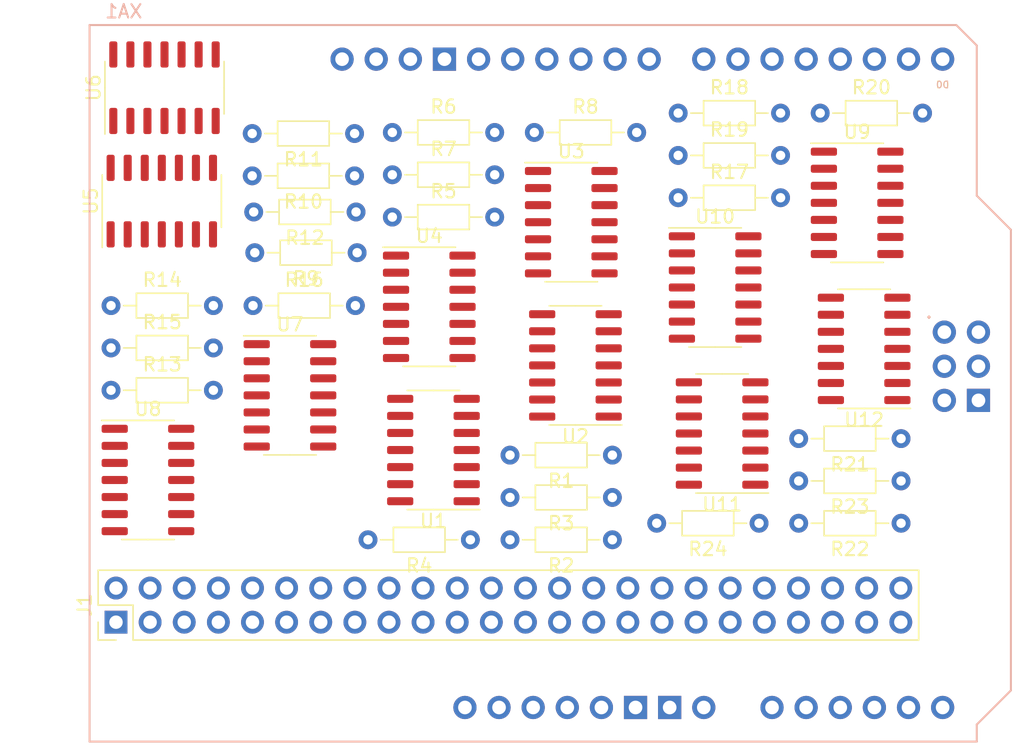
<source format=kicad_pcb>
(kicad_pcb (version 20211014) (generator pcbnew)
  (layers (0 "F.Cu" signal) (31 "B.Cu" signal) (34 "B.Paste" user) (35 "F.Paste" user) (36 "B.SilkS" user "B.Silkscreen") (37 "F.SilkS" user "F.Silkscreen") (38 "B.Mask" user) (39 "F.Mask" user) (44 "Edge.Cuts" user))
  (net 0 "")
  (net 1 "/TOP1")
  (net 2 "GND")
  (net 3 "/TOP2")
  (net 4 "/TOP3")
  (net 5 "/TOP4")
  (net 6 "/TOP5")
  (net 7 "/TOP6")
  (net 8 "/TOP7")
  (net 9 "/TOP8")
  (net 10 "/TOP9")
  (net 11 "/TOP10")
  (net 12 "/TOP11")
  (net 13 "/TOP12")
  (net 14 "/TOP13")
  (net 15 "/TOP14")
  (net 16 "/TOP15")
  (net 17 "/TOP16")
  (net 18 "/TOP17")
  (net 19 "/TOP18")
  (net 20 "/TOP19")
  (net 21 "/TOP20")
  (net 22 "/TOP21")
  (net 23 "/TOP22")
  (net 24 "/TOP23")
  (net 25 "/TOP24")
  (net 26 "+3V3")
  (net 27 "Net-(R1-Pad2)")
  (net 28 "Net-(R2-Pad2)")
  (net 29 "Net-(R3-Pad2)")
  (net 30 "Net-(R4-Pad2)")
  (net 31 "Net-(R5-Pad2)")
  (net 32 "Net-(R6-Pad2)")
  (net 33 "Net-(R7-Pad2)")
  (net 34 "Net-(R8-Pad2)")
  (net 35 "Net-(R9-Pad2)")
  (net 36 "Net-(R10-Pad2)")
  (net 37 "Net-(R11-Pad2)")
  (net 38 "Net-(R12-Pad2)")
  (net 39 "Net-(R13-Pad2)")
  (net 40 "Net-(R14-Pad2)")
  (net 41 "Net-(R15-Pad2)")
  (net 42 "Net-(R16-Pad2)")
  (net 43 "Net-(R17-Pad2)")
  (net 44 "Net-(R18-Pad2)")
  (net 45 "Net-(R19-Pad2)")
  (net 46 "Net-(R20-Pad2)")
  (net 47 "Net-(R21-Pad2)")
  (net 48 "Net-(R22-Pad2)")
  (net 49 "Net-(R23-Pad2)")
  (net 50 "Net-(R24-Pad2)")
  (net 51 "/TAP0")
  (net 52 "RSEL2")
  (net 53 "RSEL3")
  (net 54 "RSEL4")
  (net 55 "RSEL1")
  (net 56 "SENSEL2")
  (net 57 "SENSEL3")
  (net 58 "SENSEL4")
  (net 59 "SENSEL1")
  (net 60 "/TAP1")
  (net 61 "/TAP2")
  (net 62 "/TAP3")
  (net 63 "/TAP4")
  (net 64 "/TAP5")
  (footprint "Resistor_THT:R_Axial_DIN0204_L3.6mm_D1.6mm_P7.62mm_Horizontal" (layer "F.Cu") (at 82.96 65.26 180)
    (fp_text reference "R24" (at 3.81 -1.92) (layer "F.SilkS"))
    (fp_text value "10K")
    (pad "1" thru_hole circle (at 0 0 180) (size 1.4 1.4) (drill 0.7) (layers *.Cu *.Mask) (net 26 "+3V3"))
    (pad "2" thru_hole oval (at 7.62 0 180) (size 1.4 1.4) (drill 0.7) (layers *.Cu *.Mask) (net 50 "Net-(R24-Pad2)"))
  )
  (footprint "Resistor_THT:R_Axial_DIN0204_L3.6mm_D1.6mm_P7.62mm_Horizontal" (layer "F.Cu") (at 52.85 36.25 180)
    (fp_text reference "R11" (at 3.81 -1.92) (layer "F.SilkS"))
    (fp_text value "100K")
    (pad "1" thru_hole circle (at 0 0 180) (size 1.4 1.4) (drill 0.7) (layers *.Cu *.Mask) (net 26 "+3V3"))
    (pad "2" thru_hole oval (at 7.62 0 180) (size 1.4 1.4) (drill 0.7) (layers *.Cu *.Mask) (net 37 "Net-(R11-Pad2)"))
  )
  (footprint "Package_SO:SO-14_3.9x8.65mm_P1.27mm" (layer "F.Cu") (at 58.41 49.15)
    (fp_text reference "U4" (at 0 -5.28) (layer "F.SilkS"))
    (fp_text value "4066")
    (pad "1" smd roundrect (at -2.475 -3.81) (size 1.95 0.6) (layers "F.Cu" "F.Paste" "F.Mask") (net 60 "/TAP1"))
    (pad "2" smd roundrect (at -2.475 -2.54) (size 1.95 0.6) (layers "F.Cu" "F.Paste" "F.Mask") (net 6 "/TOP5"))
    (pad "3" smd roundrect (at -2.475 -1.27) (size 1.95 0.6) (layers "F.Cu" "F.Paste" "F.Mask") (net 7 "/TOP6"))
    (pad "4" smd roundrect (at -2.475 0) (size 1.95 0.6) (layers "F.Cu" "F.Paste" "F.Mask") (net 60 "/TAP1"))
    (pad "5" smd roundrect (at -2.475 1.27) (size 1.95 0.6) (layers "F.Cu" "F.Paste" "F.Mask") (net 56 "SENSEL2"))
    (pad "6" smd roundrect (at -2.475 2.54) (size 1.95 0.6) (layers "F.Cu" "F.Paste" "F.Mask") (net 57 "SENSEL3"))
    (pad "7" smd roundrect (at -2.475 3.81) (size 1.95 0.6) (layers "F.Cu" "F.Paste" "F.Mask") (net 2 "GND"))
    (pad "8" smd roundrect (at 2.475 3.81) (size 1.95 0.6) (layers "F.Cu" "F.Paste" "F.Mask") (net 60 "/TAP1"))
    (pad "9" smd roundrect (at 2.475 2.54) (size 1.95 0.6) (layers "F.Cu" "F.Paste" "F.Mask") (net 8 "/TOP7"))
    (pad "10" smd roundrect (at 2.475 1.27) (size 1.95 0.6) (layers "F.Cu" "F.Paste" "F.Mask") (net 9 "/TOP8"))
    (pad "11" smd roundrect (at 2.475 0) (size 1.95 0.6) (layers "F.Cu" "F.Paste" "F.Mask") (net 60 "/TAP1"))
    (pad "12" smd roundrect (at 2.475 -1.27) (size 1.95 0.6) (layers "F.Cu" "F.Paste" "F.Mask") (net 58 "SENSEL4"))
    (pad "13" smd roundrect (at 2.475 -2.54) (size 1.95 0.6) (layers "F.Cu" "F.Paste" "F.Mask") (net 59 "SENSEL1"))
    (pad "14" smd roundrect (at 2.475 -3.81) (size 1.95 0.6) (layers "F.Cu" "F.Paste" "F.Mask") (net 26 "+3V3"))
  )
  (footprint "Package_SO:SO-14_3.9x8.65mm_P1.27mm" (layer "F.Cu") (at 38.7 32.84 90)
    (fp_text reference "U6" (at 0 -5.28 90) (layer "F.SilkS"))
    (fp_text value "4066")
    (pad "1" smd roundrect (at -2.475 -3.81 90) (size 1.95 0.6) (layers "F.Cu" "F.Paste" "F.Mask") (net 61 "/TAP2"))
    (pad "2" smd roundrect (at -2.475 -2.54 90) (size 1.95 0.6) (layers "F.Cu" "F.Paste" "F.Mask") (net 10 "/TOP9"))
    (pad "3" smd roundrect (at -2.475 -1.27 90) (size 1.95 0.6) (layers "F.Cu" "F.Paste" "F.Mask") (net 11 "/TOP10"))
    (pad "4" smd roundrect (at -2.475 0 90) (size 1.95 0.6) (layers "F.Cu" "F.Paste" "F.Mask") (net 61 "/TAP2"))
    (pad "5" smd roundrect (at -2.475 1.27 90) (size 1.95 0.6) (layers "F.Cu" "F.Paste" "F.Mask") (net 56 "SENSEL2"))
    (pad "6" smd roundrect (at -2.475 2.54 90) (size 1.95 0.6) (layers "F.Cu" "F.Paste" "F.Mask") (net 57 "SENSEL3"))
    (pad "7" smd roundrect (at -2.475 3.81 90) (size 1.95 0.6) (layers "F.Cu" "F.Paste" "F.Mask") (net 2 "GND"))
    (pad "8" smd roundrect (at 2.475 3.81 90) (size 1.95 0.6) (layers "F.Cu" "F.Paste" "F.Mask") (net 61 "/TAP2"))
    (pad "9" smd roundrect (at 2.475 2.54 90) (size 1.95 0.6) (layers "F.Cu" "F.Paste" "F.Mask") (net 12 "/TOP11"))
    (pad "10" smd roundrect (at 2.475 1.27 90) (size 1.95 0.6) (layers "F.Cu" "F.Paste" "F.Mask") (net 13 "/TOP12"))
    (pad "11" smd roundrect (at 2.475 0 90) (size 1.95 0.6) (layers "F.Cu" "F.Paste" "F.Mask") (net 61 "/TAP2"))
    (pad "12" smd roundrect (at 2.475 -1.27 90) (size 1.95 0.6) (layers "F.Cu" "F.Paste" "F.Mask") (net 58 "SENSEL4"))
    (pad "13" smd roundrect (at 2.475 -2.54 90) (size 1.95 0.6) (layers "F.Cu" "F.Paste" "F.Mask") (net 59 "SENSEL1"))
    (pad "14" smd roundrect (at 2.475 -3.81 90) (size 1.95 0.6) (layers "F.Cu" "F.Paste" "F.Mask") (net 26 "+3V3"))
  )
  (footprint "Resistor_THT:R_Axial_DIN0204_L3.6mm_D1.6mm_P7.62mm_Horizontal" (layer "F.Cu") (at 76.94 41.03)
    (fp_text reference "R17" (at 3.81 -1.92) (layer "F.SilkS"))
    (fp_text value "10M")
    (pad "1" thru_hole circle (at 0 0) (size 1.4 1.4) (drill 0.7) (layers *.Cu *.Mask) (net 26 "+3V3"))
    (pad "2" thru_hole oval (at 7.62 0) (size 1.4 1.4) (drill 0.7) (layers *.Cu *.Mask) (net 43 "Net-(R17-Pad2)"))
  )
  (footprint "Resistor_THT:R_Axial_DIN0204_L3.6mm_D1.6mm_P7.62mm_Horizontal" (layer "F.Cu") (at 34.72 49.06)
    (fp_text reference "R14" (at 3.81 -1.92) (layer "F.SilkS"))
    (fp_text value "1M")
    (pad "1" thru_hole circle (at 0 0) (size 1.4 1.4) (drill 0.7) (layers *.Cu *.Mask) (net 26 "+3V3"))
    (pad "2" thru_hole oval (at 7.62 0) (size 1.4 1.4) (drill 0.7) (layers *.Cu *.Mask) (net 40 "Net-(R14-Pad2)"))
  )
  (footprint "Resistor_THT:R_Axial_DIN0204_L3.6mm_D1.6mm_P7.62mm_Horizontal" (layer "F.Cu") (at 34.72 55.36)
    (fp_text reference "R13" (at 3.81 -1.92) (layer "F.SilkS"))
    (fp_text value "10M")
    (pad "1" thru_hole circle (at 0 0) (size 1.4 1.4) (drill 0.7) (layers *.Cu *.Mask) (net 26 "+3V3"))
    (pad "2" thru_hole oval (at 7.62 0) (size 1.4 1.4) (drill 0.7) (layers *.Cu *.Mask) (net 39 "Net-(R13-Pad2)"))
  )
  (footprint "Resistor_THT:R_Axial_DIN0204_L3.6mm_D1.6mm_P7.62mm_Horizontal" (layer "F.Cu") (at 72.04 66.49 180)
    (fp_text reference "R2" (at 3.81 -1.92) (layer "F.SilkS"))
    (fp_text value "1M")
    (pad "1" thru_hole circle (at 0 0 180) (size 1.4 1.4) (drill 0.7) (layers *.Cu *.Mask) (net 26 "+3V3"))
    (pad "2" thru_hole oval (at 7.62 0 180) (size 1.4 1.4) (drill 0.7) (layers *.Cu *.Mask) (net 28 "Net-(R2-Pad2)"))
  )
  (footprint "Resistor_THT:R_Axial_DIN0204_L3.6mm_D1.6mm_P7.62mm_Horizontal" (layer "F.Cu") (at 52.96 42.09 180)
    (fp_text reference "R12" (at 3.81 -1.92) (layer "F.SilkS"))
    (fp_text value "10K")
    (pad "1" thru_hole circle (at 0 0 180) (size 1.4 1.4) (drill 0.7) (layers *.Cu *.Mask) (net 26 "+3V3"))
    (pad "2" thru_hole oval (at 7.62 0 180) (size 1.4 1.4) (drill 0.7) (layers *.Cu *.Mask) (net 38 "Net-(R12-Pad2)"))
  )
  (footprint "Resistor_THT:R_Axial_DIN0204_L3.6mm_D1.6mm_P7.62mm_Horizontal" (layer "F.Cu") (at 93.53 65.26 180)
    (fp_text reference "R22" (at 3.81 -1.92) (layer "F.SilkS"))
    (fp_text value "1M")
    (pad "1" thru_hole circle (at 0 0 180) (size 1.4 1.4) (drill 0.7) (layers *.Cu *.Mask) (net 26 "+3V3"))
    (pad "2" thru_hole oval (at 7.62 0 180) (size 1.4 1.4) (drill 0.7) (layers *.Cu *.Mask) (net 48 "Net-(R22-Pad2)"))
  )
  (footprint "Package_SO:SO-14_3.9x8.65mm_P1.27mm" (layer "F.Cu") (at 68.98 42.85)
    (fp_text reference "U3" (at 0 -5.28) (layer "F.SilkS"))
    (fp_text value "4066")
    (pad "1" smd roundrect (at -2.475 -3.81) (size 1.95 0.6) (layers "F.Cu" "F.Paste" "F.Mask") (net 31 "Net-(R5-Pad2)"))
    (pad "2" smd roundrect (at -2.475 -2.54) (size 1.95 0.6) (layers "F.Cu" "F.Paste" "F.Mask") (net 60 "/TAP1"))
    (pad "3" smd roundrect (at -2.475 -1.27) (size 1.95 0.6) (layers "F.Cu" "F.Paste" "F.Mask") (net 60 "/TAP1"))
    (pad "4" smd roundrect (at -2.475 0) (size 1.95 0.6) (layers "F.Cu" "F.Paste" "F.Mask") (net 32 "Net-(R6-Pad2)"))
    (pad "5" smd roundrect (at -2.475 1.27) (size 1.95 0.6) (layers "F.Cu" "F.Paste" "F.Mask") (net 52 "RSEL2"))
    (pad "6" smd roundrect (at -2.475 2.54) (size 1.95 0.6) (layers "F.Cu" "F.Paste" "F.Mask") (net 53 "RSEL3"))
    (pad "7" smd roundrect (at -2.475 3.81) (size 1.95 0.6) (layers "F.Cu" "F.Paste" "F.Mask") (net 2 "GND"))
    (pad "8" smd roundrect (at 2.475 3.81) (size 1.95 0.6) (layers "F.Cu" "F.Paste" "F.Mask") (net 33 "Net-(R7-Pad2)"))
    (pad "9" smd roundrect (at 2.475 2.54) (size 1.95 0.6) (layers "F.Cu" "F.Paste" "F.Mask") (net 60 "/TAP1"))
    (pad "10" smd roundrect (at 2.475 1.27) (size 1.95 0.6) (layers "F.Cu" "F.Paste" "F.Mask") (net 60 "/TAP1"))
    (pad "11" smd roundrect (at 2.475 0) (size 1.95 0.6) (layers "F.Cu" "F.Paste" "F.Mask") (net 34 "Net-(R8-Pad2)"))
    (pad "12" smd roundrect (at 2.475 -1.27) (size 1.95 0.6) (layers "F.Cu" "F.Paste" "F.Mask") (net 54 "RSEL4"))
    (pad "13" smd roundrect (at 2.475 -2.54) (size 1.95 0.6) (layers "F.Cu" "F.Paste" "F.Mask") (net 55 "RSEL1"))
    (pad "14" smd roundrect (at 2.475 -3.81) (size 1.95 0.6) (layers "F.Cu" "F.Paste" "F.Mask") (net 26 "+3V3"))
  )
  (footprint "Resistor_THT:R_Axial_DIN0204_L3.6mm_D1.6mm_P7.62mm_Horizontal" (layer "F.Cu") (at 93.53 58.96 180)
    (fp_text reference "R21" (at 3.81 -1.92) (layer "F.SilkS"))
    (fp_text value "10M")
    (pad "1" thru_hole circle (at 0 0 180) (size 1.4 1.4) (drill 0.7) (layers *.Cu *.Mask) (net 26 "+3V3"))
    (pad "2" thru_hole oval (at 7.62 0 180) (size 1.4 1.4) (drill 0.7) (layers *.Cu *.Mask) (net 47 "Net-(R21-Pad2)"))
  )
  (footprint "Package_SO:SO-14_3.9x8.65mm_P1.27mm" (layer "F.Cu") (at 69.29 53.51 180)
    (fp_text reference "U2" (at 0 -5.28) (layer "F.SilkS"))
    (fp_text value "4066")
    (pad "1" smd roundrect (at -2.475 -3.81 180) (size 1.95 0.6) (layers "F.Cu" "F.Paste" "F.Mask") (net 51 "/TAP0"))
    (pad "2" smd roundrect (at -2.475 -2.54 180) (size 1.95 0.6) (layers "F.Cu" "F.Paste" "F.Mask") (net 1 "/TOP1"))
    (pad "3" smd roundrect (at -2.475 -1.27 180) (size 1.95 0.6) (layers "F.Cu" "F.Paste" "F.Mask") (net 3 "/TOP2"))
    (pad "4" smd roundrect (at -2.475 0 180) (size 1.95 0.6) (layers "F.Cu" "F.Paste" "F.Mask") (net 51 "/TAP0"))
    (pad "5" smd roundrect (at -2.475 1.27 180) (size 1.95 0.6) (layers "F.Cu" "F.Paste" "F.Mask") (net 56 "SENSEL2"))
    (pad "6" smd roundrect (at -2.475 2.54 180) (size 1.95 0.6) (layers "F.Cu" "F.Paste" "F.Mask") (net 57 "SENSEL3"))
    (pad "7" smd roundrect (at -2.475 3.81 180) (size 1.95 0.6) (layers "F.Cu" "F.Paste" "F.Mask") (net 2 "GND"))
    (pad "8" smd roundrect (at 2.475 3.81 180) (size 1.95 0.6) (layers "F.Cu" "F.Paste" "F.Mask") (net 51 "/TAP0"))
    (pad "9" smd roundrect (at 2.475 2.54 180) (size 1.95 0.6) (layers "F.Cu" "F.Paste" "F.Mask") (net 4 "/TOP3"))
    (pad "10" smd roundrect (at 2.475 1.27 180) (size 1.95 0.6) (layers "F.Cu" "F.Paste" "F.Mask") (net 5 "/TOP4"))
    (pad "11" smd roundrect (at 2.475 0 180) (size 1.95 0.6) (layers "F.Cu" "F.Paste" "F.Mask") (net 51 "/TAP0"))
    (pad "12" smd roundrect (at 2.475 -1.27 180) (size 1.95 0.6) (layers "F.Cu" "F.Paste" "F.Mask") (net 58 "SENSEL4"))
    (pad "13" smd roundrect (at 2.475 -2.54 180) (size 1.95 0.6) (layers "F.Cu" "F.Paste" "F.Mask") (net 59 "SENSEL1"))
    (pad "14" smd roundrect (at 2.475 -3.81 180) (size 1.95 0.6) (layers "F.Cu" "F.Paste" "F.Mask") (net 26 "+3V3"))
  )
  (footprint "Arduino:Arduino_Uno_Shield" (layer "F.Cu") (at 33.124 81.514237)
    (fp_text reference "XA1" (at 2.54 -54.356) (layer "B.SilkS") (effects (justify mirror)))
    (fp_text value "Arduino_Uno_WiFi_R2_Shield")
    (fp_text user "." (at 62.484 -32.004) (layer "B.SilkS"))
    (fp_text user "D0" (at 63.5 -48.895 unlocked) (layer "B.SilkS") (effects (font (size 0.5 0.5) (thickness 0.075)) (justify mirror)))
    (fp_text user "D0" (at 63.5 -48.895 unlocked) (layer "F.SilkS") (effects (font (size 0.5 0.5) (thickness 0.075))))
    (fp_text user "." (at 62.484 -32.004) (layer "F.SilkS"))
    (pad "" np_thru_hole circle (at 13.97 -2.54) (size 3.2 3.2) (drill 3.2) (layers *.Cu *.Mask))
    (pad "" thru_hole oval (at 27.94 -2.54) (size 1.7272 1.7272) (drill 1.016) (layers *.Cu *.Mask))
    (pad "" np_thru_hole circle (at 15.24 -50.8) (size 3.2 3.2) (drill 3.2) (layers *.Cu *.Mask))
    (pad "" np_thru_hole circle (at 66.04 -7.62) (size 3.2 3.2) (drill 3.2) (layers *.Cu *.Mask))
    (pad "" np_thru_hole circle (at 66.04 -35.56) (size 3.2 3.2) (drill 3.2) (layers *.Cu *.Mask))
    (pad "3V3" thru_hole oval (at 35.56 -2.54) (size 1.7272 1.7272) (drill 1.016) (layers *.Cu *.Mask) (net 26 "+3V3"))
    (pad "5V1" thru_hole oval (at 38.1 -2.54) (size 1.7272 1.7272) (drill 1.016) (layers *.Cu *.Mask))
    (pad "5V2" thru_hole oval (at 66.167 -30.48) (size 1.7272 1.7272) (drill 1.016) (layers *.Cu *.Mask))
    (pad "A0" thru_hole oval (at 50.8 -2.54) (size 1.7272 1.7272) (drill 1.016) (layers *.Cu *.Mask) (net 51 "/TAP0"))
    (pad "A1" thru_hole oval (at 53.34 -2.54) (size 1.7272 1.7272) (drill 1.016) (layers *.Cu *.Mask) (net 60 "/TAP1"))
    (pad "A2" thru_hole oval (at 55.88 -2.54) (size 1.7272 1.7272) (drill 1.016) (layers *.Cu *.Mask) (net 61 "/TAP2"))
    (pad "A3" thru_hole oval (at 58.42 -2.54) (size 1.7272 1.7272) (drill 1.016) (layers *.Cu *.Mask) (net 62 "/TAP3"))
    (pad "A4" thru_hole oval (at 60.96 -2.54) (size 1.7272 1.7272) (drill 1.016) (layers *.Cu *.Mask) (net 63 "/TAP4"))
    (pad "A5" thru_hole oval (at 63.5 -2.54) (size 1.7272 1.7272) (drill 1.016) (layers *.Cu *.Mask) (net 64 "/TAP5"))
    (pad "AREF" thru_hole oval (at 23.876 -50.8) (size 1.7272 1.7272) (drill 1.016) (layers *.Cu *.Mask))
    (pad "D0" thru_hole oval (at 63.5 -50.8) (size 1.7272 1.7272) (drill 1.016) (layers *.Cu *.Mask))
    (pad "D1" thru_hole oval (at 60.96 -50.8) (size 1.7272 1.7272) (drill 1.016) (layers *.Cu *.Mask))
    (pad "D2" thru_hole oval (at 58.42 -50.8) (size 1.7272 1.7272) (drill 1.016) (layers *.Cu *.Mask))
    (pad "D3" thru_hole oval (at 55.88 -50.8) (size 1.7272 1.7272) (drill 1.016) (layers *.Cu *.Mask))
    (pad "D4" thru_hole oval (at 53.34 -50.8) (size 1.7272 1.7272) (drill 1.016) (layers *.Cu *.Mask) (net 55 "RSEL1"))
    (pad "D5" thru_hole oval (at 50.8 -50.8) (size 1.7272 1.7272) (drill 1.016) (layers *.Cu *.Mask) (net 52 "RSEL2"))
    (pad "D6" thru_hole oval (at 48.26 -50.8) (size 1.7272 1.7272) (drill 1.016) (layers *.Cu *.Mask) (net 53 "RSEL3"))
    (pad "D7" thru_hole oval (at 45.72 -50.8) (size 1.7272 1.7272) (drill 1.016) (layers *.Cu *.Mask) (net 54 "RSEL4"))
    (pad "D8" thru_hole oval (at 41.656 -50.8) (size 1.7272 1.7272) (drill 1.016) (layers *.Cu *.Mask) (net 59 "SENSEL1"))
    (pad "D9" thru_hole oval (at 39.116 -50.8) (size 1.7272 1.7272) (drill 1.016) (layers *.Cu *.Mask) (net 56 "SENSEL2"))
    (pad "D10" thru_hole oval (at 36.576 -50.8) (size 1.7272 1.7272) (drill 1.016) (layers *.Cu *.Mask) (net 57 "SENSEL3"))
    (pad "D11" thru_hole oval (at 34.036 -50.8) (size 1.7272 1.7272) (drill 1.016) (layers *.Cu *.Mask) (net 58 "SENSEL4"))
    (pad "D12" thru_hole oval (at 31.496 -50.8) (size 1.7272 1.7272) (drill 1.016) (layers *.Cu *.Mask))
    (pad "D13" thru_hole oval (at 28.956 -50.8) (size 1.7272 1.7272) (drill 1.016) (layers *.Cu *.Mask))
    (pad "GND1" thru_hole rect (at 26.416 -50.8) (size 1.7272 1.7272) (drill 1.016) (layers *.Cu *.Mask) (net 2 "GND"))
    (pad "GND2" thru_hole rect (at 40.64 -2.54) (size 1.7272 1.7272) (drill 1.016) (layers *.Cu *.Mask) (net 2 "GND"))
    (pad "GND3" thru_hole rect (at 43.18 -2.54) (size 1.7272 1.7272) (drill 1.016) (layers *.Cu *.Mask) (net 2 "GND"))
    (pad "GND4" thru_hole rect (at 66.167 -25.4) (size 1.7272 1.7272) (drill 1.016) (layers *.Cu *.Mask))
    (pad "IORF" thru_hole oval (at 30.48 -2.54) (size 1.7272 1.7272) (drill 1.016) (layers *.Cu *.Mask))
    (pad "MISO" thru_hole oval (at 63.627 -30.48) (size 1.7272 1.7272) (drill 1.016) (layers *.Cu *.Mask))
    (pad "MOSI" thru_hole oval (at 66.167 -27.94) (size 1.7272 1.7272) (drill 1.016) (layers *.Cu *.Mask))
    (pad "RST1" thru_hole oval (at 33.02 -2.54) (size 1.7272 1.7272) (drill 1.016) (layers *.Cu *.Mask))
    (pad "RST2" thru_hole oval (at 63.627 -25.4) (size 1.7272 1.7272) (drill 1.016) (layers *.Cu *.Mask))
    (pad "SCK" thru_hole oval (at 63.627 -27.94) (size 1.7272 1.7272) (drill 1.016) (layers *.Cu *.Mask))
    (pad "SCL" thru_hole oval (at 18.796 -50.8) (size 1.7272 1.7272) (drill 1.016) (layers *.Cu *.Mask))
    (pad "SDA" thru_hole oval (at 21.336 -50.8) (size 1.7272 1.7272) (drill 1.016) (layers *.Cu *.Mask))
    (pad "VIN" thru_hole oval (at 45.72 -2.54) (size 1.7272 1.7272) (drill 1.016) (layers *.Cu *.Mask))
  )
  (footprint "Resistor_THT:R_Axial_DIN0204_L3.6mm_D1.6mm_P7.62mm_Horizontal" (layer "F.Cu") (at 61.47 66.49 180)
    (fp_text reference "R4" (at 3.81 -1.92) (layer "F.SilkS"))
    (fp_text value "10K")
    (pad "1" thru_hole circle (at 0 0 180) (size 1.4 1.4) (drill 0.7) (layers *.Cu *.Mask) (net 26 "+3V3"))
    (pad "2" thru_hole oval (at 7.62 0 180) (size 1.4 1.4) (drill 0.7) (layers *.Cu *.Mask) (net 30 "Net-(R4-Pad2)"))
  )
  (footprint "Package_SO:SO-14_3.9x8.65mm_P1.27mm" (layer "F.Cu") (at 38.5 41.28 90)
    (fp_text reference "U5" (at 0 -5.28 90) (layer "F.SilkS"))
    (fp_text value "4066")
    (pad "1" smd roundrect (at -2.475 -3.81 90) (size 1.95 0.6) (layers "F.Cu" "F.Paste" "F.Mask") (net 35 "Net-(R9-Pad2)"))
    (pad "2" smd roundrect (at -2.475 -2.54 90) (size 1.95 0.6) (layers "F.Cu" "F.Paste" "F.Mask") (net 61 "/TAP2"))
    (pad "3" smd roundrect (at -2.475 -1.27 90) (size 1.95 0.6) (layers "F.Cu" "F.Paste" "F.Mask") (net 61 "/TAP2"))
    (pad "4" smd roundrect (at -2.475 0 90) (size 1.95 0.6) (layers "F.Cu" "F.Paste" "F.Mask") (net 36 "Net-(R10-Pad2)"))
    (pad "5" smd roundrect (at -2.475 1.27 90) (size 1.95 0.6) (layers "F.Cu" "F.Paste" "F.Mask") (net 52 "RSEL2"))
    (pad "6" smd roundrect (at -2.475 2.54 90) (size 1.95 0.6) (layers "F.Cu" "F.Paste" "F.Mask") (net 53 "RSEL3"))
    (pad "7" smd roundrect (at -2.475 3.81 90) (size 1.95 0.6) (layers "F.Cu" "F.Paste" "F.Mask") (net 2 "GND"))
    (pad "8" smd roundrect (at 2.475 3.81 90) (size 1.95 0.6) (layers "F.Cu" "F.Paste" "F.Mask") (net 37 "Net-(R11-Pad2)"))
    (pad "9" smd roundrect (at 2.475 2.54 90) (size 1.95 0.6) (layers "F.Cu" "F.Paste" "F.Mask") (net 61 "/TAP2"))
    (pad "10" smd roundrect (at 2.475 1.27 90) (size 1.95 0.6) (layers "F.Cu" "F.Paste" "F.Mask") (net 61 "/TAP2"))
    (pad "11" smd roundrect (at 2.475 0 90) (size 1.95 0.6) (layers "F.Cu" "F.Paste" "F.Mask") (net 38 "Net-(R12-Pad2)"))
    (pad "12" smd roundrect (at 2.475 -1.27 90) (size 1.95 0.6) (layers "F.Cu" "F.Paste" "F.Mask") (net 54 "RSEL4"))
    (pad "13" smd roundrect (at 2.475 -2.54 90) (size 1.95 0.6) (layers "F.Cu" "F.Paste" "F.Mask") (net 55 "RSEL1"))
    (pad "14" smd roundrect (at 2.475 -3.81 90) (size 1.95 0.6) (layers "F.Cu" "F.Paste" "F.Mask") (net 26 "+3V3"))
  )
  (footprint "Resistor_THT:R_Axial_DIN0204_L3.6mm_D1.6mm_P7.62mm_Horizontal" (layer "F.Cu") (at 72.04 63.34 180)
    (fp_text reference "R3" (at 3.81 -1.92) (layer "F.SilkS"))
    (fp_text value "100K")
    (pad "1" thru_hole circle (at 0 0 180) (size 1.4 1.4) (drill 0.7) (layers *.Cu *.Mask) (net 26 "+3V3"))
    (pad "2" thru_hole oval (at 7.62 0 180) (size 1.4 1.4) (drill 0.7) (layers *.Cu *.Mask) (net 29 "Net-(R3-Pad2)"))
  )
  (footprint "Resistor_THT:R_Axial_DIN0204_L3.6mm_D1.6mm_P7.62mm_Horizontal" (layer "F.Cu") (at 52.85 39.4 180)
    (fp_text reference "R10" (at 3.81 -1.92) (layer "F.SilkS"))
    (fp_text value "1M")
    (pad "1" thru_hole circle (at 0 0 180) (size 1.4 1.4) (drill 0.7) (layers *.Cu *.Mask) (net 26 "+3V3"))
    (pad "2" thru_hole oval (at 7.62 0 180) (size 1.4 1.4) (drill 0.7) (layers *.Cu *.Mask) (net 36 "Net-(R10-Pad2)"))
  )
  (footprint "Resistor_THT:R_Axial_DIN0204_L3.6mm_D1.6mm_P7.62mm_Horizontal" (layer "F.Cu") (at 93.53 62.11 180)
    (fp_text reference "R23" (at 3.81 -1.92) (layer "F.SilkS"))
    (fp_text value "100K")
    (pad "1" thru_hole circle (at 0 0 180) (size 1.4 1.4) (drill 0.7) (layers *.Cu *.Mask) (net 26 "+3V3"))
    (pad "2" thru_hole oval (at 7.62 0 180) (size 1.4 1.4) (drill 0.7) (layers *.Cu *.Mask) (net 49 "Net-(R23-Pad2)"))
  )
  (footprint "Resistor_THT:R_Axial_DIN0204_L3.6mm_D1.6mm_P7.62mm_Horizontal" (layer "F.Cu") (at 55.66 42.47)
    (fp_text reference "R5" (at 3.81 -1.92) (layer "F.SilkS"))
    (fp_text value "10M")
    (pad "1" thru_hole circle (at 0 0) (size 1.4 1.4) (drill 0.7) (layers *.Cu *.Mask) (net 26 "+3V3"))
    (pad "2" thru_hole oval (at 7.62 0) (size 1.4 1.4) (drill 0.7) (layers *.Cu *.Mask) (net 31 "Net-(R5-Pad2)"))
  )
  (footprint "Resistor_THT:R_Axial_DIN0204_L3.6mm_D1.6mm_P7.62mm_Horizontal" (layer "F.Cu") (at 76.94 34.73)
    (fp_text reference "R18" (at 3.81 -1.92) (layer "F.SilkS"))
    (fp_text value "1M")
    (pad "1" thru_hole circle (at 0 0) (size 1.4 1.4) (drill 0.7) (layers *.Cu *.Mask) (net 26 "+3V3"))
    (pad "2" thru_hole oval (at 7.62 0) (size 1.4 1.4) (drill 0.7) (layers *.Cu *.Mask) (net 44 "Net-(R18-Pad2)"))
  )
  (footprint "Package_SO:SO-14_3.9x8.65mm_P1.27mm" (layer "F.Cu") (at 80.21 58.58 180)
    (fp_text reference "U11" (at 0 -5.28) (layer "F.SilkS"))
    (fp_text value "4066")
    (pad "1" smd roundrect (at -2.475 -3.81 180) (size 1.95 0.6) (layers "F.Cu" "F.Paste" "F.Mask") (net 47 "Net-(R21-Pad2)"))
    (pad "2" smd roundrect (at -2.475 -2.54 180) (size 1.95 0.6) (layers "F.Cu" "F.Paste" "F.Mask") (net 64 "/TAP5"))
    (pad "3" smd roundrect (at -2.475 -1.27 180) (size 1.95 0.6) (layers "F.Cu" "F.Paste" "F.Mask") (net 64 "/TAP5"))
    (pad "4" smd roundrect (at -2.475 0 180) (size 1.95 0.6) (layers "F.Cu" "F.Paste" "F.Mask") (net 48 "Net-(R22-Pad2)"))
    (pad "5" smd roundrect (at -2.475 1.27 180) (size 1.95 0.6) (layers "F.Cu" "F.Paste" "F.Mask") (net 52 "RSEL2"))
    (pad "6" smd roundrect (at -2.475 2.54 180) (size 1.95 0.6) (layers "F.Cu" "F.Paste" "F.Mask") (net 53 "RSEL3"))
    (pad "7" smd roundrect (at -2.475 3.81 180) (size 1.95 0.6) (layers "F.Cu" "F.Paste" "F.Mask") (net 2 "GND"))
    (pad "8" smd roundrect (at 2.475 3.81 180) (size 1.95 0.6) (layers "F.Cu" "F.Paste" "F.Mask") (net 49 "Net-(R23-Pad2)"))
    (pad "9" smd roundrect (at 2.475 2.54 180) (size 1.95 0.6) (layers "F.Cu" "F.Paste" "F.Mask") (net 64 "/TAP5"))
    (pad "10" smd roundrect (at 2.475 1.27 180) (size 1.95 0.6) (layers "F.Cu" "F.Paste" "F.Mask") (net 64 "/TAP5"))
    (pad "11" smd roundrect (at 2.475 0 180) (size 1.95 0.6) (layers "F.Cu" "F.Paste" "F.Mask") (net 50 "Net-(R24-Pad2)"))
    (pad "12" smd roundrect (at 2.475 -1.27 180) (size 1.95 0.6) (layers "F.Cu" "F.Paste" "F.Mask") (net 54 "RSEL4"))
    (pad "13" smd roundrect (at 2.475 -2.54 180) (size 1.95 0.6) (layers "F.Cu" "F.Paste" "F.Mask") (net 55 "RSEL1"))
    (pad "14" smd roundrect (at 2.475 -3.81 180) (size 1.95 0.6) (layers "F.Cu" "F.Paste" "F.Mask") (net 26 "+3V3"))
  )
  (footprint "Package_SO:SO-14_3.9x8.65mm_P1.27mm" (layer "F.Cu") (at 58.72 59.81 180)
    (fp_text reference "U1" (at 0 -5.28) (layer "F.SilkS"))
    (fp_text value "4066")
    (pad "1" smd roundrect (at -2.475 -3.81 180) (size 1.95 0.6) (layers "F.Cu" "F.Paste" "F.Mask") (net 27 "Net-(R1-Pad2)"))
    (pad "2" smd roundrect (at -2.475 -2.54 180) (size 1.95 0.6) (layers "F.Cu" "F.Paste" "F.Mask") (net 51 "/TAP0"))
    (pad "3" smd roundrect (at -2.475 -1.27 180) (size 1.95 0.6) (layers "F.Cu" "F.Paste" "F.Mask") (net 51 "/TAP0"))
    (pad "4" smd roundrect (at -2.475 0 180) (size 1.95 0.6) (layers "F.Cu" "F.Paste" "F.Mask") (net 28 "Net-(R2-Pad2)"))
    (pad "5" smd roundrect (at -2.475 1.27 180) (size 1.95 0.6) (layers "F.Cu" "F.Paste" "F.Mask") (net 52 "RSEL2"))
    (pad "6" smd roundrect (at -2.475 2.54 180) (size 1.95 0.6) (layers "F.Cu" "F.Paste" "F.Mask") (net 53 "RSEL3"))
    (pad "7" smd roundrect (at -2.475 3.81 180) (size 1.95 0.6) (layers "F.Cu" "F.Paste" "F.Mask") (net 2 "GND"))
    (pad "8" smd roundrect (at 2.475 3.81 180) (size 1.95 0.6) (layers "F.Cu" "F.Paste" "F.Mask") (net 29 "Net-(R3-Pad2)"))
    (pad "9" smd roundrect (at 2.475 2.54 180) (size 1.95 0.6) (layers "F.Cu" "F.Paste" "F.Mask") (net 51 "/TAP0"))
    (pad "10" smd roundrect (at 2.475 1.27 180) (size 1.95 0.6) (layers "F.Cu" "F.Paste" "F.Mask") (net 51 "/TAP0"))
    (pad "11" smd roundrect (at 2.475 0 180) (size 1.95 0.6) (layers "F.Cu" "F.Paste" "F.Mask") (net 30 "Net-(R4-Pad2)"))
    (pad "12" smd roundrect (at 2.475 -1.27 180) (size 1.95 0.6) (layers "F.Cu" "F.Paste" "F.Mask") (net 54 "RSEL4"))
    (pad "13" smd roundrect (at 2.475 -2.54 180) (size 1.95 0.6) (layers "F.Cu" "F.Paste" "F.Mask") (net 55 "RSEL1"))
    (pad "14" smd roundrect (at 2.475 -3.81 180) (size 1.95 0.6) (layers "F.Cu" "F.Paste" "F.Mask") (net 26 "+3V3"))
  )
  (footprint "Connector_PinHeader_2.54mm:PinHeader_2x24_P2.54mm_Vertical" (layer "F.Cu") (at 35.09 72.625 90)
    (fp_text reference "J1" (at 1.27 -2.33 90) (layer "F.SilkS"))
    (fp_text value "Conn_02x24_Odd_Even")
    (pad "1" thru_hole rect (at 0 0 90) (size 1.7 1.7) (drill 1) (layers *.Cu *.Mask) (net 1 "/TOP1"))
    (pad "2" thru_hole oval (at 2.54 0 90) (size 1.7 1.7) (drill 1) (layers *.Cu *.Mask) (net 2 "GND"))
    (pad "3" thru_hole oval (at 0 2.54 90) (size 1.7 1.7) (drill 1) (layers *.Cu *.Mask) (net 3 "/TOP2"))
    (pad "4" thru_hole oval (at 2.54 2.54 90) (size 1.7 1.7) (drill 1) (layers *.Cu *.Mask) (net 2 "GND"))
    (pad "5" thru_hole oval (at 0 5.08 90) (size 1.7 1.7) (drill 1) (layers *.Cu *.Mask) (net 4 "/TOP3"))
    (pad "6" thru_hole oval (at 2.54 5.08 90) (size 1.7 1.7) (drill 1) (layers *.Cu *.Mask) (net 2 "GND"))
    (pad "7" thru_hole oval (at 0 7.62 90) (size 1.7 1.7) (drill 1) (layers *.Cu *.Mask) (net 5 "/TOP4"))
    (pad "8" thru_hole oval (at 2.54 7.62 90) (size 1.7 1.7) (drill 1) (layers *.Cu *.Mask) (net 2 "GND"))
    (pad "9" thru_hole oval (at 0 10.16 90) (size 1.7 1.7) (drill 1) (layers *.Cu *.Mask) (net 6 "/TOP5"))
    (pad "10" thru_hole oval (at 2.54 10.16 90) (size 1.7 1.7) (drill 1) (layers *.Cu *.Mask) (net 2 "GND"))
    (pad "11" thru_hole oval (at 0 12.7 90) (size 1.7 1.7) (drill 1) (layers *.Cu *.Mask) (net 7 "/TOP6"))
    (pad "12" thru_hole oval (at 2.54 12.7 90) (size 1.7 1.7) (drill 1) (layers *.Cu *.Mask) (net 2 "GND"))
    (pad "13" thru_hole oval (at 0 15.24 90) (size 1.7 1.7) (drill 1) (layers *.Cu *.Mask) (net 8 "/TOP7"))
    (pad "14" thru_hole oval (at 2.54 15.24 90) (size 1.7 1.7) (drill 1) (layers *.Cu *.Mask) (net 2 "GND"))
    (pad "15" thru_hole oval (at 0 17.78 90) (size 1.7 1.7) (drill 1) (layers *.Cu *.Mask) (net 9 "/TOP8"))
    (pad "16" thru_hole oval (at 2.54 17.78 90) (size 1.7 1.7) (drill 1) (layers *.Cu *.Mask) (net 2 "GND"))
    (pad "17" thru_hole oval (at 0 20.32 90) (size 1.7 1.7) (drill 1) (layers *.Cu *.Mask) (net 10 "/TOP9"))
    (pad "18" thru_hole oval (at 2.54 20.32 90) (size 1.7 1.7) (drill 1) (layers *.Cu *.Mask) (net 2 "GND"))
    (pad "19" thru_hole oval (at 0 22.86 90) (size 1.7 1.7) (drill 1) (layers *.Cu *.Mask) (net 11 "/TOP10"))
    (pad "20" thru_hole oval (at 2.54 22.86 90) (size 1.7 1.7) (drill 1) (layers *.Cu *.Mask) (net 2 "GND"))
    (pad "21" thru_hole oval (at 0 25.4 90) (size 1.7 1.7) (drill 1) (layers *.Cu *.Mask) (net 12 "/TOP11"))
    (pad "22" thru_hole oval (at 2.54 25.4 90) (size 1.7 1.7) (drill 1) (layers *.Cu *.Mask) (net 2 "GND"))
    (pad "23" thru_hole oval (at 0 27.94 90) (size 1.7 1.7) (drill 1) (layers *.Cu *.Mask) (net 13 "/TOP12"))
    (pad "24" thru_hole oval (at 2.54 27.94 90) (size 1.7 1.7) (drill 1) (layers *.Cu *.Mask) (net 2 "GND"))
    (pad "25" thru_hole oval (at 0 30.48 90) (size 1.7 1.7) (drill 1) (layers *.Cu *.Mask) (net 14 "/TOP13"))
    (pad "26" thru_hole oval (at 2.54 30.48 90) (size 1.7 1.7) (drill 1) (layers *.Cu *.Mask) (net 2 "GND"))
    (pad "27" thru_hole oval (at 0 33.02 90) (size 1.7 1.7) (drill 1) (layers *.Cu *.Mask) (net 15 "/TOP14"))
    (pad "28" thru_hole oval (at 2.54 33.02 90) (size 1.7 1.7) (drill 1) (layers *.Cu *.Mask) (net 2 "GND"))
    (pad "29" thru_hole oval (at 0 35.56 90) (size 1.7 1.7) (drill 1) (layers *.Cu *.Mask) (net 16 "/TOP15"))
    (pad "30" thru_hole oval (at 2.54 35.56 90) (size 1.7 1.7) (drill 1) (layers *.Cu *.Mask) (net 2 "GND"))
    (pad "31" thru_hole oval (at 0 38.1 90) (size 1.7 1.7) (drill 1) (layers *.Cu *.Mask) (net 17 "/TOP16"))
    (pad "32" thru_hole oval (at 2.54 38.1 90) (size 1.7 1.7) (drill 1) (layers *.Cu *.Mask) (net 2 "GND"))
    (pad "33" thru_hole oval (at 0 40.64 90) (size 1.7 1.7) (drill 1) (layers *.Cu *.Mask) (net 18 "/TOP17"))
    (pad "34" thru_hole oval (at 2.54 40.64 90) (size 1.7 1.7) (drill 1) (layers *.Cu *.Mask) (net 2 "GND"))
    (pad "35" thru_hole oval (at 0 43.18 90) (size 1.7 1.7) (drill 1) (layers *.Cu *.Mask) (net 19 "/TOP18"))
    (pad "36" thru_hole oval (at 2.54 43.18 90) (size 1.7 1.7) (drill 1) (layers *.Cu *.Mask) (net 2 "GND"))
    (pad "37" thru_hole oval (at 0 45.72 90) (size 1.7 1.7) (drill 1) (layers *.Cu *.Mask) (net 20 "/TOP19"))
    (pad "38" thru_hole oval (at 2.54 45.72 90) (size 1.7 1.7) (drill 1) (layers *.Cu *.Mask) (net 2 "GND"))
    (pad "39" thru_hole oval (at 0 48.26 90) (size 1.7 1.7) (drill 1) (layers *.Cu *.Mask) (net 21 "/TOP20"))
    (pad "40" thru_hole oval (at 2.54 48.26 90) (size 1.7 1.7) (drill 1) (layers *.Cu *.Mask) (net 2 "GND"))
    (pad "41" thru_hole oval (at 0 50.8 90) (size 1.7 1.7) (drill 1) (layers *.Cu *.Mask) (net 22 "/TOP21"))
    (pad "42" thru_hole oval (at 2.54 50.8 90) (size 1.7 1.7) (drill 1) (layers *.Cu *.Mask) (net 2 "GND"))
    (pad "43" thru_hole oval (at 0 53.34 90) (size 1.7 1.7) (drill 1) (layers *.Cu *.Mask) (net 23 "/TOP22"))
    (pad "44" thru_hole oval (at 2.54 53.34 90) (size 1.7 1.7) (drill 1) (layers *.Cu *.Mask) (net 2 "GND"))
    (pad "45" thru_hole oval (at 0 55.88 90) (size 1.7 1.7) (drill 1) (layers *.Cu *.Mask) (net 24 "/TOP23"))
    (pad "46" thru_hole oval (at 2.54 55.88 90) (size 1.7 1.7) (drill 1) (layers *.Cu *.Mask) (net 2 "GND"))
    (pad "47" thru_hole oval (at 0 58.42 90) (size 1.7 1.7) (drill 1) (layers *.Cu *.Mask) (net 25 "/TOP24"))
    (pad "48" thru_hole oval (at 2.54 58.42 90) (size 1.7 1.7) (drill 1) (layers *.Cu *.Mask) (net 2 "GND"))
  )
  (footprint "Package_SO:SO-14_3.9x8.65mm_P1.27mm" (layer "F.Cu") (at 79.69 47.71)
    (fp_text reference "U10" (at 0 -5.28) (layer "F.SilkS"))
    (fp_text value "4066")
    (pad "1" smd roundrect (at -2.475 -3.81) (size 1.95 0.6) (layers "F.Cu" "F.Paste" "F.Mask") (net 63 "/TAP4"))
    (pad "2" smd roundrect (at -2.475 -2.54) (size 1.95 0.6) (layers "F.Cu" "F.Paste" "F.Mask") (net 18 "/TOP17"))
    (pad "3" smd roundrect (at -2.475 -1.27) (size 1.95 0.6) (layers "F.Cu" "F.Paste" "F.Mask") (net 19 "/TOP18"))
    (pad "4" smd roundrect (at -2.475 0) (size 1.95 0.6) (layers "F.Cu" "F.Paste" "F.Mask") (net 63 "/TAP4"))
    (pad "5" smd roundrect (at -2.475 1.27) (size 1.95 0.6) (layers "F.Cu" "F.Paste" "F.Mask") (net 56 "SENSEL2"))
    (pad "6" smd roundrect (at -2.475 2.54) (size 1.95 0.6) (layers "F.Cu" "F.Paste" "F.Mask") (net 57 "SENSEL3"))
    (pad "7" smd roundrect (at -2.475 3.81) (size 1.95 0.6) (layers "F.Cu" "F.Paste" "F.Mask") (net 2 "GND"))
    (pad "8" smd roundrect (at 2.475 3.81) (size 1.95 0.6) (layers "F.Cu" "F.Paste" "F.Mask") (net 63 "/TAP4"))
    (pad "9" smd roundrect (at 2.475 2.54) (size 1.95 0.6) (layers "F.Cu" "F.Paste" "F.Mask") (net 20 "/TOP19"))
    (pad "10" smd roundrect (at 2.475 1.27) (size 1.95 0.6) (layers "F.Cu" "F.Paste" "F.Mask") (net 21 "/TOP20"))
    (pad "11" smd roundrect (at 2.475 0) (size 1.95 0.6) (layers "F.Cu" "F.Paste" "F.Mask") (net 63 "/TAP4"))
    (pad "12" smd roundrect (at 2.475 -1.27) (size 1.95 0.6) (layers "F.Cu" "F.Paste" "F.Mask") (net 58 "SENSEL4"))
    (pad "13" smd roundrect (at 2.475 -2.54) (size 1.95 0.6) (layers "F.Cu" "F.Paste" "F.Mask") (net 59 "SENSEL1"))
    (pad "14" smd roundrect (at 2.475 -3.81) (size 1.95 0.6) (layers "F.Cu" "F.Paste" "F.Mask") (net 26 "+3V3"))
  )
  (footprint "Resistor_THT:R_Axial_DIN0204_L3.6mm_D1.6mm_P7.62mm_Horizontal" (layer "F.Cu") (at 87.51 34.73)
    (fp_text reference "R20" (at 3.81 -1.92) (layer "F.SilkS"))
    (fp_text value "10K")
    (pad "1" thru_hole circle (at 0 0) (size 1.4 1.4) (drill 0.7) (layers *.Cu *.Mask) (net 26 "+3V3"))
    (pad "2" thru_hole oval (at 7.62 0) (size 1.4 1.4) (drill 0.7) (layers *.Cu *.Mask) (net 46 "Net-(R20-Pad2)"))
  )
  (footprint "Resistor_THT:R_Axial_DIN0204_L3.6mm_D1.6mm_P7.62mm_Horizontal" (layer "F.Cu") (at 55.66 39.32)
    (fp_text reference "R7" (at 3.81 -1.92) (layer "F.SilkS"))
    (fp_text value "100K")
    (pad "1" thru_hole circle (at 0 0) (size 1.4 1.4) (drill 0.7) (layers *.Cu *.Mask) (net 26 "+3V3"))
    (pad "2" thru_hole oval (at 7.62 0) (size 1.4 1.4) (drill 0.7) (layers *.Cu *.Mask) (net 33 "Net-(R7-Pad2)"))
  )
  (footprint "Package_SO:SO-14_3.9x8.65mm_P1.27mm" (layer "F.Cu") (at 37.47 62.04)
    (fp_text reference "U8" (at 0 -5.28) (layer "F.SilkS"))
    (fp_text value "4066")
    (pad "1" smd roundrect (at -2.475 -3.81) (size 1.95 0.6) (layers "F.Cu" "F.Paste" "F.Mask") (net 62 "/TAP3"))
    (pad "2" smd roundrect (at -2.475 -2.54) (size 1.95 0.6) (layers "F.Cu" "F.Paste" "F.Mask") (net 14 "/TOP13"))
    (pad "3" smd roundrect (at -2.475 -1.27) (size 1.95 0.6) (layers "F.Cu" "F.Paste" "F.Mask") (net 15 "/TOP14"))
    (pad "4" smd roundrect (at -2.475 0) (size 1.95 0.6) (layers "F.Cu" "F.Paste" "F.Mask") (net 62 "/TAP3"))
    (pad "5" smd roundrect (at -2.475 1.27) (size 1.95 0.6) (layers "F.Cu" "F.Paste" "F.Mask") (net 56 "SENSEL2"))
    (pad "6" smd roundrect (at -2.475 2.54) (size 1.95 0.6) (layers "F.Cu" "F.Paste" "F.Mask") (net 57 "SENSEL3"))
    (pad "7" smd roundrect (at -2.475 3.81) (size 1.95 0.6) (layers "F.Cu" "F.Paste" "F.Mask") (net 2 "GND"))
    (pad "8" smd roundrect (at 2.475 3.81) (size 1.95 0.6) (layers "F.Cu" "F.Paste" "F.Mask") (net 62 "/TAP3"))
    (pad "9" smd roundrect (at 2.475 2.54) (size 1.95 0.6) (layers "F.Cu" "F.Paste" "F.Mask") (net 16 "/TOP15"))
    (pad "10" smd roundrect (at 2.475 1.27) (size 1.95 0.6) (layers "F.Cu" "F.Paste" "F.Mask") (net 17 "/TOP16"))
    (pad "11" smd roundrect (at 2.475 0) (size 1.95 0.6) (layers "F.Cu" "F.Paste" "F.Mask") (net 62 "/TAP3"))
    (pad "12" smd roundrect (at 2.475 -1.27) (size 1.95 0.6) (layers "F.Cu" "F.Paste" "F.Mask") (net 58 "SENSEL4"))
    (pad "13" smd roundrect (at 2.475 -2.54) (size 1.95 0.6) (layers "F.Cu" "F.Paste" "F.Mask") (net 59 "SENSEL1"))
    (pad "14" smd roundrect (at 2.475 -3.81) (size 1.95 0.6) (layers "F.Cu" "F.Paste" "F.Mask") (net 26 "+3V3"))
  )
  (footprint "Resistor_THT:R_Axial_DIN0204_L3.6mm_D1.6mm_P7.62mm_Horizontal" (layer "F.Cu") (at 76.94 37.88)
    (fp_text reference "R19" (at 3.81 -1.92) (layer "F.SilkS"))
    (fp_text value "100K")
    (pad "1" thru_hole circle (at 0 0) (size 1.4 1.4) (drill 0.7) (layers *.Cu *.Mask) (net 26 "+3V3"))
    (pad "2" thru_hole oval (at 7.62 0) (size 1.4 1.4) (drill 0.7) (layers *.Cu *.Mask) (net 45 "Net-(R19-Pad2)"))
  )
  (footprint "Resistor_THT:R_Axial_DIN0204_L3.6mm_D1.6mm_P7.62mm_Horizontal" (layer "F.Cu") (at 66.23 36.17)
    (fp_text reference "R8" (at 3.81 -1.92) (layer "F.SilkS"))
    (fp_text value "10K")
    (pad "1" thru_hole circle (at 0 0) (size 1.4 1.4) (drill 0.7) (layers *.Cu *.Mask) (net 26 "+3V3"))
    (pad "2" thru_hole oval (at 7.62 0) (size 1.4 1.4) (drill 0.7) (layers *.Cu *.Mask) (net 34 "Net-(R8-Pad2)"))
  )
  (footprint "Package_SO:SO-14_3.9x8.65mm_P1.27mm" (layer "F.Cu") (at 48.04 55.74)
    (fp_text reference "U7" (at 0 -5.28) (layer "F.SilkS"))
    (fp_text value "4066")
    (pad "1" smd roundrect (at -2.475 -3.81) (size 1.95 0.6) (layers "F.Cu" "F.Paste" "F.Mask") (net 39 "Net-(R13-Pad2)"))
    (pad "2" smd roundrect (at -2.475 -2.54) (size 1.95 0.6) (layers "F.Cu" "F.Paste" "F.Mask") (net 62 "/TAP3"))
    (pad "3" smd roundrect (at -2.475 -1.27) (size 1.95 0.6) (layers "F.Cu" "F.Paste" "F.Mask") (net 62 "/TAP3"))
    (pad "4" smd roundrect (at -2.475 0) (size 1.95 0.6) (layers "F.Cu" "F.Paste" "F.Mask") (net 40 "Net-(R14-Pad2)"))
    (pad "5" smd roundrect (at -2.475 1.27) (size 1.95 0.6) (layers "F.Cu" "F.Paste" "F.Mask") (net 52 "RSEL2"))
    (pad "6" smd roundrect (at -2.475 2.54) (size 1.95 0.6) (layers "F.Cu" "F.Paste" "F.Mask") (net 53 "RSEL3"))
    (pad "7" smd roundrect (at -2.475 3.81) (size 1.95 0.6) (layers "F.Cu" "F.Paste" "F.Mask") (net 2 "GND"))
    (pad "8" smd roundrect (at 2.475 3.81) (size 1.95 0.6) (layers "F.Cu" "F.Paste" "F.Mask") (net 41 "Net-(R15-Pad2)"))
    (pad "9" smd roundrect (at 2.475 2.54) (size 1.95 0.6) (layers "F.Cu" "F.Paste" "F.Mask") (net 62 "/TAP3"))
    (pad "10" smd roundrect (at 2.475 1.27) (size 1.95 0.6) (layers "F.Cu" "F.Paste" "F.Mask") (net 62 "/TAP3"))
    (pad "11" smd roundrect (at 2.475 0) (size 1.95 0.6) (layers "F.Cu" "F.Paste" "F.Mask") (net 42 "Net-(R16-Pad2)"))
    (pad "12" smd roundrect (at 2.475 -1.27) (size 1.95 0.6) (layers "F.Cu" "F.Paste" "F.Mask") (net 54 "RSEL4"))
    (pad "13" smd roundrect (at 2.475 -2.54) (size 1.95 0.6) (layers "F.Cu" "F.Paste" "F.Mask") (net 55 "RSEL1"))
    (pad "14" smd roundrect (at 2.475 -3.81) (size 1.95 0.6) (layers "F.Cu" "F.Paste" "F.Mask") (net 26 "+3V3"))
  )
  (footprint "Package_SO:SO-14_3.9x8.65mm_P1.27mm" (layer "F.Cu") (at 90.78 52.28 180)
    (fp_text reference "U12" (at 0 -5.28) (layer "F.SilkS"))
    (fp_text value "4066")
    (pad "1" smd roundrect (at -2.475 -3.81 180) (size 1.95 0.6) (layers "F.Cu" "F.Paste" "F.Mask") (net 64 "/TAP5"))
    (pad "2" smd roundrect (at -2.475 -2.54 180) (size 1.95 0.6) (layers "F.Cu" "F.Paste" "F.Mask") (net 22 "/TOP21"))
    (pad "3" smd roundrect (at -2.475 -1.27 180) (size 1.95 0.6) (layers "F.Cu" "F.Paste" "F.Mask") (net 23 "/TOP22"))
    (pad "4" smd roundrect (at -2.475 0 180) (size 1.95 0.6) (layers "F.Cu" "F.Paste" "F.Mask") (net 64 "/TAP5"))
    (pad "5" smd roundrect (at -2.475 1.27 180) (size 1.95 0.6) (layers "F.Cu" "F.Paste" "F.Mask") (net 56 "SENSEL2"))
    (pad "6" smd roundrect (at -2.475 2.54 180) (size 1.95 0.6) (layers "F.Cu" "F.Paste" "F.Mask") (net 57 "SENSEL3"))
    (pad "7" smd roundrect (at -2.475 3.81 180) (size 1.95 0.6) (layers "F.Cu" "F.Paste" "F.Mask") (net 2 "GND"))
    (pad "8" smd roundrect (at 2.475 3.81 180) (size 1.95 0.6) (layers "F.Cu" "F.Paste" "F.Mask") (net 64 "/TAP5"))
    (pad "9" smd roundrect (at 2.475 2.54 180) (size 1.95 0.6) (layers "F.Cu" "F.Paste" "F.Mask") (net 24 "/TOP23"))
    (pad "10" smd roundrect (at 2.475 1.27 180) (size 1.95 0.6) (layers "F.Cu" "F.Paste" "F.Mask") (net 25 "/TOP24"))
    (pad "11" smd roundrect (at 2.475 0 180) (size 1.95 0.6) (layers "F.Cu" "F.Paste" "F.Mask") (net 64 "/TAP5"))
    (pad "12" smd roundrect (at 2.475 -1.27 180) (size 1.95 0.6) (layers "F.Cu" "F.Paste" "F.Mask") (net 58 "SENSEL4"))
    (pad "13" smd roundrect (at 2.475 -2.54 180) (size 1.95 0.6) (layers "F.Cu" "F.Paste" "F.Mask") (net 59 "SENSEL1"))
    (pad "14" smd roundrect (at 2.475 -3.81 180) (size 1.95 0.6) (layers "F.Cu" "F.Paste" "F.Mask") (net 26 "+3V3"))
  )
  (footprint "Resistor_THT:R_Axial_DIN0204_L3.6mm_D1.6mm_P7.62mm_Horizontal" (layer "F.Cu") (at 55.66 36.17)
    (fp_text reference "R6" (at 3.81 -1.92) (layer "F.SilkS"))
    (fp_text value "1M")
    (pad "1" thru_hole circle (at 0 0) (size 1.4 1.4) (drill 0.7) (layers *.Cu *.Mask) (net 26 "+3V3"))
    (pad "2" thru_hole oval (at 7.62 0) (size 1.4 1.4) (drill 0.7) (layers *.Cu *.Mask) (net 32 "Net-(R6-Pad2)"))
  )
  (footprint "Resistor_THT:R_Axial_DIN0204_L3.6mm_D1.6mm_P7.62mm_Horizontal" (layer "F.Cu") (at 34.72 52.21)
    (fp_text reference "R15" (at 3.81 -1.92) (layer "F.SilkS"))
    (fp_text value "100K")
    (pad "1" thru_hole circle (at 0 0) (size 1.4 1.4) (drill 0.7) (layers *.Cu *.Mask) (net 26 "+3V3"))
    (pad "2" thru_hole oval (at 7.62 0) (size 1.4 1.4) (drill 0.7) (layers *.Cu *.Mask) (net 41 "Net-(R15-Pad2)"))
  )
  (footprint "Resistor_THT:R_Axial_DIN0204_L3.6mm_D1.6mm_P7.62mm_Horizontal" (layer "F.Cu") (at 45.29 49.06)
    (fp_text reference "R16" (at 3.81 -1.92) (layer "F.SilkS"))
    (fp_text value "10K")
    (pad "1" thru_hole circle (at 0 0) (size 1.4 1.4) (drill 0.7) (layers *.Cu *.Mask) (net 26 "+3V3"))
    (pad "2" thru_hole oval (at 7.62 0) (size 1.4 1.4) (drill 0.7) (layers *.Cu *.Mask) (net 42 "Net-(R16-Pad2)"))
  )
  (footprint "Package_SO:SO-14_3.9x8.65mm_P1.27mm" (layer "F.Cu") (at 90.26 41.41)
    (fp_text reference "U9" (at 0 -5.28) (layer "F.SilkS"))
    (fp_text value "4066")
    (pad "1" smd roundrect (at -2.475 -3.81) (size 1.95 0.6) (layers "F.Cu" "F.Paste" "F.Mask") (net 43 "Net-(R17-Pad2)"))
    (pad "2" smd roundrect (at -2.475 -2.54) (size 1.95 0.6) (layers "F.Cu" "F.Paste" "F.Mask") (net 63 "/TAP4"))
    (pad "3" smd roundrect (at -2.475 -1.27) (size 1.95 0.6) (layers "F.Cu" "F.Paste" "F.Mask") (net 63 "/TAP4"))
    (pad "4" smd roundrect (at -2.475 0) (size 1.95 0.6) (layers "F.Cu" "F.Paste" "F.Mask") (net 44 "Net-(R18-Pad2)"))
    (pad "5" smd roundrect (at -2.475 1.27) (size 1.95 0.6) (layers "F.Cu" "F.Paste" "F.Mask") (net 52 "RSEL2"))
    (pad "6" smd roundrect (at -2.475 2.54) (size 1.95 0.6) (layers "F.Cu" "F.Paste" "F.Mask") (net 53 "RSEL3"))
    (pad "7" smd roundrect (at -2.475 3.81) (size 1.95 0.6) (layers "F.Cu" "F.Paste" "F.Mask") (net 2 "GND"))
    (pad "8" smd roundrect (at 2.475 3.81) (size 1.95 0.6) (layers "F.Cu" "F.Paste" "F.Mask") (net 45 "Net-(R19-Pad2)"))
    (pad "9" smd roundrect (at 2.475 2.54) (size 1.95 0.6) (layers "F.Cu" "F.Paste" "F.Mask") (net 63 "/TAP4"))
    (pad "10" smd roundrect (at 2.475 1.27) (size 1.95 0.6) (layers "F.Cu" "F.Paste" "F.Mask") (net 63 "/TAP4"))
    (pad "11" smd roundrect (at 2.475 0) (size 1.95 0.6) (layers "F.Cu" "F.Paste" "F.Mask") (net 46 "Net-(R20-Pad2)"))
    (pad "12" smd roundrect (at 2.475 -1.27) (size 1.95 0.6) (layers "F.Cu" "F.Paste" "F.Mask") (net 54 "RSEL4"))
    (pad "13" smd roundrect (at 2.475 -2.54) (size 1.95 0.6) (layers "F.Cu" "F.Paste" "F.Mask") (net 55 "RSEL1"))
    (pad "14" smd roundrect (at 2.475 -3.81) (size 1.95 0.6) (layers "F.Cu" "F.Paste" "F.Mask") (net 26 "+3V3"))
  )
  (footprint "Resistor_THT:R_Axial_DIN0204_L3.6mm_D1.6mm_P7.62mm_Horizontal" (layer "F.Cu") (at 53.04 45.12 180)
    (fp_text reference "R9" (at 3.81 -1.92) (layer "F.SilkS"))
    (fp_text value "10M")
    (pad "1" thru_hole circle (at 0 0 180) (size 1.4 1.4) (drill 0.7) (layers *.Cu *.Mask) (net 26 "+3V3"))
    (pad "2" thru_hole oval (at 7.62 0 180) (size 1.4 1.4) (drill 0.7) (layers *.Cu *.Mask) (net 35 "Net-(R9-Pad2)"))
  )
  (footprint "Resistor_THT:R_Axial_DIN0204_L3.6mm_D1.6mm_P7.62mm_Horizontal" (layer "F.Cu") (at 72.04 60.19 180)
    (fp_text reference "R1" (at 3.81 -1.92) (layer "F.SilkS"))
    (fp_text value "10M")
    (pad "1" thru_hole circle (at 0 0 180) (size 1.4 1.4) (drill 0.7) (layers *.Cu *.Mask) (net 26 "+3V3"))
    (pad "2" thru_hole oval (at 7.62 0 180) (size 1.4 1.4) (drill 0.7) (layers *.Cu *.Mask) (net 27 "Net-(R1-Pad2)"))
  )
)
</source>
